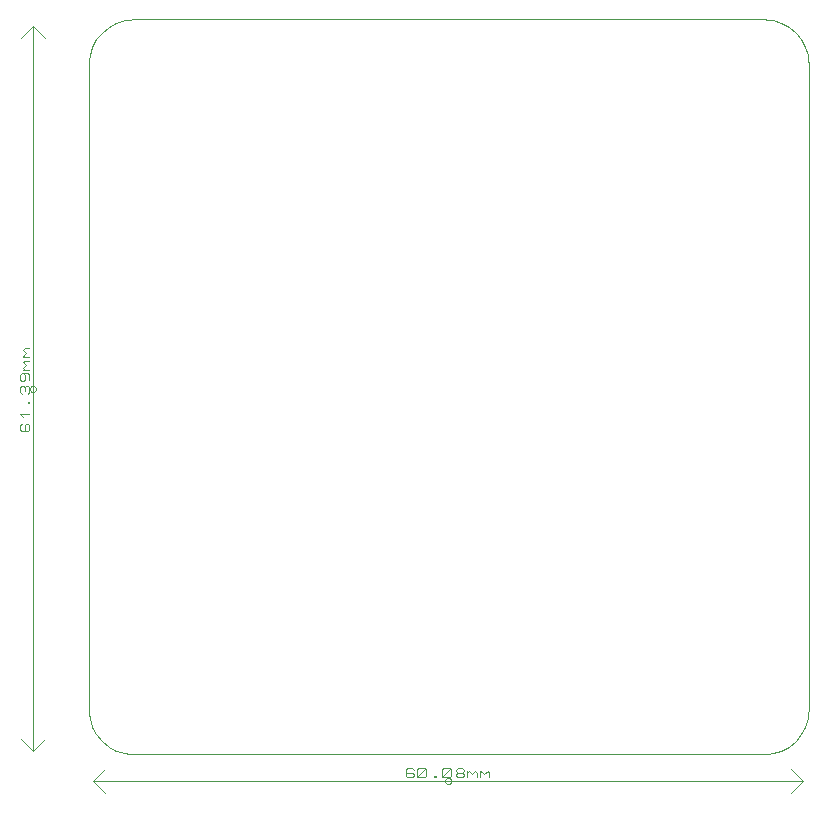
<source format=gbr>
G04 PROTEUS GERBER X2 FILE*
%TF.GenerationSoftware,Labcenter,Proteus,8.16-SP3-Build36097*%
%TF.CreationDate,2025-03-15T21:07:40+00:00*%
%TF.FileFunction,Other,Mechanical 1*%
%TF.FilePolarity,Positive*%
%TF.Part,Single*%
%TF.SameCoordinates,{0eda3102-f78e-4ef4-8f68-bee456db5da4}*%
%FSLAX45Y45*%
%MOMM*%
G01*
%TA.AperFunction,NonMaterial*%
%ADD22C,0.101600*%
%TA.AperFunction,Profile*%
%ADD21C,0.101600*%
%TD.AperFunction*%
D22*
X-429000Y-6222000D02*
X-429000Y-83000D01*
X-429000Y-6222000D02*
X-327400Y-6120400D01*
X-429000Y-6222000D02*
X-530600Y-6120400D01*
X-429000Y-83000D02*
X-530600Y-184600D01*
X-429000Y-83000D02*
X-327400Y-184600D01*
X-403600Y-3152500D02*
X-403688Y-3150391D01*
X-404401Y-3146172D01*
X-405893Y-3141953D01*
X-408333Y-3137734D01*
X-412064Y-3133570D01*
X-416283Y-3130513D01*
X-420502Y-3128564D01*
X-424721Y-3127463D01*
X-428940Y-3127100D01*
X-429000Y-3127100D01*
X-454400Y-3152500D02*
X-454312Y-3150391D01*
X-453599Y-3146172D01*
X-452107Y-3141953D01*
X-449667Y-3137734D01*
X-445936Y-3133570D01*
X-441717Y-3130513D01*
X-437498Y-3128564D01*
X-433279Y-3127463D01*
X-429060Y-3127100D01*
X-429000Y-3127100D01*
X-454400Y-3152500D02*
X-454312Y-3154609D01*
X-453599Y-3158828D01*
X-452107Y-3163047D01*
X-449667Y-3167266D01*
X-445936Y-3171430D01*
X-441717Y-3174487D01*
X-437498Y-3176436D01*
X-433279Y-3177537D01*
X-429060Y-3177900D01*
X-429000Y-3177900D01*
X-403600Y-3152500D02*
X-403688Y-3154609D01*
X-404401Y-3158828D01*
X-405893Y-3163047D01*
X-408333Y-3167266D01*
X-412064Y-3171430D01*
X-416283Y-3174487D01*
X-420502Y-3176436D01*
X-424721Y-3177537D01*
X-428940Y-3177900D01*
X-429000Y-3177900D01*
X-522980Y-3445870D02*
X-535680Y-3459205D01*
X-535680Y-3499210D01*
X-522980Y-3512545D01*
X-472180Y-3512545D01*
X-459480Y-3499210D01*
X-459480Y-3459205D01*
X-472180Y-3445870D01*
X-484880Y-3445870D01*
X-497580Y-3459205D01*
X-497580Y-3512545D01*
X-510280Y-3392530D02*
X-535680Y-3365860D01*
X-459480Y-3365860D01*
X-472180Y-3272515D02*
X-472180Y-3259180D01*
X-459480Y-3259180D01*
X-459480Y-3272515D01*
X-472180Y-3272515D01*
X-522980Y-3192505D02*
X-535680Y-3179170D01*
X-535680Y-3139165D01*
X-522980Y-3125830D01*
X-510280Y-3125830D01*
X-497580Y-3139165D01*
X-484880Y-3125830D01*
X-472180Y-3125830D01*
X-459480Y-3139165D01*
X-459480Y-3179170D01*
X-472180Y-3192505D01*
X-497580Y-3165835D02*
X-497580Y-3139165D01*
X-510280Y-3019150D02*
X-497580Y-3032485D01*
X-497580Y-3072490D01*
X-510280Y-3085825D01*
X-522980Y-3085825D01*
X-535680Y-3072490D01*
X-535680Y-3032485D01*
X-522980Y-3019150D01*
X-472180Y-3019150D01*
X-459480Y-3032485D01*
X-459480Y-3072490D01*
X-459480Y-2992480D02*
X-510280Y-2992480D01*
X-497580Y-2992480D02*
X-510280Y-2979145D01*
X-484880Y-2952475D01*
X-510280Y-2925805D01*
X-497580Y-2912470D01*
X-459480Y-2912470D01*
X-459480Y-2885800D02*
X-510280Y-2885800D01*
X-497580Y-2885800D02*
X-510280Y-2872465D01*
X-484880Y-2845795D01*
X-510280Y-2819125D01*
X-497580Y-2805790D01*
X-459480Y-2805790D01*
X+83000Y-6472000D02*
X+6091000Y-6472000D01*
X+83000Y-6472000D02*
X+184600Y-6573600D01*
X+83000Y-6472000D02*
X+184600Y-6370400D01*
X+6091000Y-6472000D02*
X+5989400Y-6370400D01*
X+6091000Y-6472000D02*
X+5989400Y-6573600D01*
X+3112400Y-6472000D02*
X+3112312Y-6469891D01*
X+3111599Y-6465672D01*
X+3110107Y-6461453D01*
X+3107667Y-6457234D01*
X+3103936Y-6453070D01*
X+3099717Y-6450013D01*
X+3095498Y-6448064D01*
X+3091279Y-6446963D01*
X+3087060Y-6446600D01*
X+3087000Y-6446600D01*
X+3061600Y-6472000D02*
X+3061688Y-6469891D01*
X+3062401Y-6465672D01*
X+3063893Y-6461453D01*
X+3066333Y-6457234D01*
X+3070064Y-6453070D01*
X+3074283Y-6450013D01*
X+3078502Y-6448064D01*
X+3082721Y-6446963D01*
X+3086940Y-6446600D01*
X+3087000Y-6446600D01*
X+3061600Y-6472000D02*
X+3061688Y-6474109D01*
X+3062401Y-6478328D01*
X+3063893Y-6482547D01*
X+3066333Y-6486766D01*
X+3070064Y-6490930D01*
X+3074283Y-6493987D01*
X+3078502Y-6495936D01*
X+3082721Y-6497037D01*
X+3086940Y-6497400D01*
X+3087000Y-6497400D01*
X+3112400Y-6472000D02*
X+3112312Y-6474109D01*
X+3111599Y-6478328D01*
X+3110107Y-6482547D01*
X+3107667Y-6486766D01*
X+3103936Y-6490930D01*
X+3099717Y-6493987D01*
X+3095498Y-6495936D01*
X+3091279Y-6497037D01*
X+3087060Y-6497400D01*
X+3087000Y-6497400D01*
X+2793630Y-6378020D02*
X+2780295Y-6365320D01*
X+2740290Y-6365320D01*
X+2726955Y-6378020D01*
X+2726955Y-6428820D01*
X+2740290Y-6441520D01*
X+2780295Y-6441520D01*
X+2793630Y-6428820D01*
X+2793630Y-6416120D01*
X+2780295Y-6403420D01*
X+2726955Y-6403420D01*
X+2820300Y-6428820D02*
X+2820300Y-6378020D01*
X+2833635Y-6365320D01*
X+2886975Y-6365320D01*
X+2900310Y-6378020D01*
X+2900310Y-6428820D01*
X+2886975Y-6441520D01*
X+2833635Y-6441520D01*
X+2820300Y-6428820D01*
X+2820300Y-6441520D02*
X+2900310Y-6365320D01*
X+2966985Y-6428820D02*
X+2980320Y-6428820D01*
X+2980320Y-6441520D01*
X+2966985Y-6441520D01*
X+2966985Y-6428820D01*
X+3033660Y-6428820D02*
X+3033660Y-6378020D01*
X+3046995Y-6365320D01*
X+3100335Y-6365320D01*
X+3113670Y-6378020D01*
X+3113670Y-6428820D01*
X+3100335Y-6441520D01*
X+3046995Y-6441520D01*
X+3033660Y-6428820D01*
X+3033660Y-6441520D02*
X+3113670Y-6365320D01*
X+3167010Y-6403420D02*
X+3153675Y-6390720D01*
X+3153675Y-6378020D01*
X+3167010Y-6365320D01*
X+3207015Y-6365320D01*
X+3220350Y-6378020D01*
X+3220350Y-6390720D01*
X+3207015Y-6403420D01*
X+3167010Y-6403420D01*
X+3153675Y-6416120D01*
X+3153675Y-6428820D01*
X+3167010Y-6441520D01*
X+3207015Y-6441520D01*
X+3220350Y-6428820D01*
X+3220350Y-6416120D01*
X+3207015Y-6403420D01*
X+3247020Y-6441520D02*
X+3247020Y-6390720D01*
X+3247020Y-6403420D02*
X+3260355Y-6390720D01*
X+3287025Y-6416120D01*
X+3313695Y-6390720D01*
X+3327030Y-6403420D01*
X+3327030Y-6441520D01*
X+3353700Y-6441520D02*
X+3353700Y-6390720D01*
X+3353700Y-6403420D02*
X+3367035Y-6390720D01*
X+3393705Y-6416120D01*
X+3420375Y-6390720D01*
X+3433710Y-6403420D01*
X+3433710Y-6441520D01*
D21*
X+43000Y-5865000D02*
X+43000Y-404000D01*
X+424000Y-6246000D02*
X+5758000Y-6246000D01*
X+6139000Y-5865000D02*
X+6139000Y-404000D01*
X+424000Y-23000D02*
X+5758000Y-23000D01*
X+43000Y-404000D02*
X+44967Y-365050D01*
X+50742Y-327225D01*
X+72945Y-255711D01*
X+108077Y-190994D01*
X+154604Y-134604D01*
X+210993Y-88077D01*
X+275711Y-52945D01*
X+347224Y-30742D01*
X+385050Y-24967D01*
X+424000Y-23000D01*
X+5758000Y-23000D02*
X+5796950Y-24967D01*
X+5834776Y-30742D01*
X+5906289Y-52945D01*
X+5971007Y-88077D01*
X+6027396Y-134604D01*
X+6073923Y-190994D01*
X+6109055Y-255711D01*
X+6131258Y-327225D01*
X+6137033Y-365050D01*
X+6139000Y-404000D01*
X+5758000Y-6246000D02*
X+5796950Y-6244033D01*
X+5834776Y-6238258D01*
X+5906289Y-6216055D01*
X+5971007Y-6180923D01*
X+6027396Y-6134396D01*
X+6073923Y-6078006D01*
X+6109055Y-6013289D01*
X+6131258Y-5941775D01*
X+6137033Y-5903950D01*
X+6139000Y-5865000D01*
X+43000Y-5865000D02*
X+44967Y-5903950D01*
X+50742Y-5941775D01*
X+72945Y-6013289D01*
X+108077Y-6078006D01*
X+154604Y-6134396D01*
X+210993Y-6180923D01*
X+275711Y-6216055D01*
X+347224Y-6238258D01*
X+385050Y-6244033D01*
X+424000Y-6246000D01*
M02*

</source>
